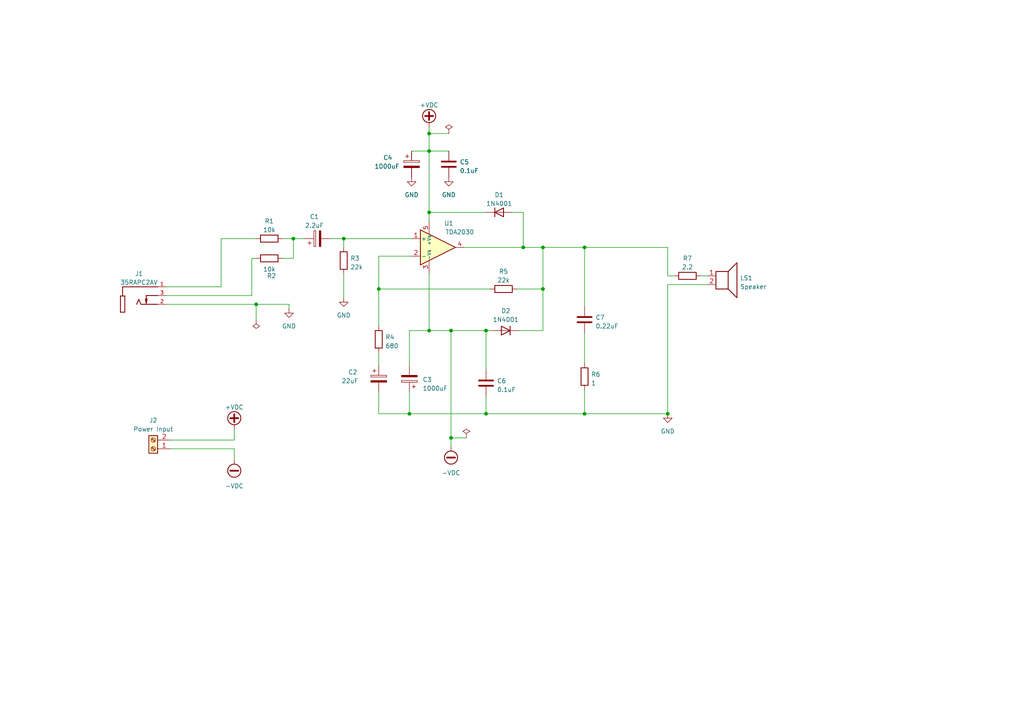
<source format=kicad_sch>
(kicad_sch (version 20230121) (generator eeschema)

  (uuid 8358c45c-2960-43f3-9fac-3f78f35831b9)

  (paper "A4")

  (title_block
    (title "Simple Audio Amplifier")
    (date "2025-02-02")
    (rev "v1.0.0")
  )

  (lib_symbols
    (symbol "35RAPC2AV:35RAPC2AV" (pin_names (offset 1.016)) (in_bom yes) (on_board yes)
      (property "Reference" "J" (at -5.08 7.62 0)
        (effects (font (size 1.27 1.27)) (justify left bottom))
      )
      (property "Value" "35RAPC2AV" (at -5.08 -5.08 0)
        (effects (font (size 1.27 1.27)) (justify left bottom))
      )
      (property "Footprint" "35RAPC2AV:SWITCHCRAFT_35RAPC2AV" (at 0 0 0)
        (effects (font (size 1.27 1.27)) (justify bottom) hide)
      )
      (property "Datasheet" "" (at 0 0 0)
        (effects (font (size 1.27 1.27)) hide)
      )
      (property "DigiKey_Part_Number" "SC1457-ND" (at 0 0 0)
        (effects (font (size 1.27 1.27)) (justify bottom) hide)
      )
      (property "SnapEDA_Link" "https://www.snapeda.com/parts/35RAPC2AV/SWITCHCRAFT/view-part/?ref=snap" (at 0 0 0)
        (effects (font (size 1.27 1.27)) (justify bottom) hide)
      )
      (property "Description" "\n                        \n                            3.5 mm SINGLE MONO JACK VERTICAL THREADED | Switchcraft 35RAPC2AV\n                        \n" (at 0 0 0)
        (effects (font (size 1.27 1.27)) (justify bottom) hide)
      )
      (property "Package" "None" (at 0 0 0)
        (effects (font (size 1.27 1.27)) (justify bottom) hide)
      )
      (property "Check_prices" "https://www.snapeda.com/parts/35RAPC2AV/SWITCHCRAFT/view-part/?ref=eda" (at 0 0 0)
        (effects (font (size 1.27 1.27)) (justify bottom) hide)
      )
      (property "MAXIMUM_PACKAGE_HIEGHT" "11.938mm" (at 0 0 0)
        (effects (font (size 1.27 1.27)) (justify bottom) hide)
      )
      (property "STANDARD" "Manufacturer Recommendations" (at 0 0 0)
        (effects (font (size 1.27 1.27)) (justify bottom) hide)
      )
      (property "PARTREV" "B" (at 0 0 0)
        (effects (font (size 1.27 1.27)) (justify bottom) hide)
      )
      (property "MF" "Switchcraft" (at 0 0 0)
        (effects (font (size 1.27 1.27)) (justify bottom) hide)
      )
      (property "MP" "35RAPC2AV" (at 0 0 0)
        (effects (font (size 1.27 1.27)) (justify bottom) hide)
      )
      (property "MANUFACTURER" "Switchcraft Inc." (at 0 0 0)
        (effects (font (size 1.27 1.27)) (justify bottom) hide)
      )
      (symbol "35RAPC2AV_0_0"
        (polyline
          (pts
            (xy -5.715 -2.286)
            (xy -5.715 2.413)
          )
          (stroke (width 0.254) (type default))
          (fill (type none))
        )
        (polyline
          (pts
            (xy -5.715 2.413)
            (xy -5.08 2.413)
          )
          (stroke (width 0.254) (type default))
          (fill (type none))
        )
        (polyline
          (pts
            (xy -5.08 2.413)
            (xy -4.445 2.413)
          )
          (stroke (width 0.254) (type default))
          (fill (type none))
        )
        (polyline
          (pts
            (xy -5.08 5.08)
            (xy -5.08 2.413)
          )
          (stroke (width 0.254) (type default))
          (fill (type none))
        )
        (polyline
          (pts
            (xy -4.445 -2.286)
            (xy -5.715 -2.286)
          )
          (stroke (width 0.254) (type default))
          (fill (type none))
        )
        (polyline
          (pts
            (xy -4.445 2.413)
            (xy -4.445 -2.286)
          )
          (stroke (width 0.254) (type default))
          (fill (type none))
        )
        (polyline
          (pts
            (xy -0.381 1.397)
            (xy -1.016 0)
          )
          (stroke (width 0.254) (type default))
          (fill (type none))
        )
        (polyline
          (pts
            (xy 0.254 0)
            (xy -0.381 1.397)
          )
          (stroke (width 0.254) (type default))
          (fill (type none))
        )
        (polyline
          (pts
            (xy 1.778 2.54)
            (xy 1.778 0.762)
          )
          (stroke (width 0.254) (type default))
          (fill (type none))
        )
        (polyline
          (pts
            (xy 1.778 2.54)
            (xy 5.08 2.54)
          )
          (stroke (width 0.254) (type default))
          (fill (type none))
        )
        (polyline
          (pts
            (xy 5.08 0)
            (xy 0.254 0)
          )
          (stroke (width 0.254) (type default))
          (fill (type none))
        )
        (polyline
          (pts
            (xy 5.08 5.08)
            (xy -5.08 5.08)
          )
          (stroke (width 0.254) (type default))
          (fill (type none))
        )
        (polyline
          (pts
            (xy 1.778 0.254)
            (xy 1.524 1.524)
            (xy 2.032 1.524)
            (xy 1.778 0.254)
          )
          (stroke (width 0.254) (type default))
          (fill (type outline))
        )
        (pin passive line (at 7.62 5.08 180) (length 2.54)
          (name "~" (effects (font (size 1.016 1.016))))
          (number "1" (effects (font (size 1.016 1.016))))
        )
        (pin passive line (at 7.62 0 180) (length 2.54)
          (name "~" (effects (font (size 1.016 1.016))))
          (number "2" (effects (font (size 1.016 1.016))))
        )
        (pin passive line (at 7.62 2.54 180) (length 2.54)
          (name "~" (effects (font (size 1.016 1.016))))
          (number "3" (effects (font (size 1.016 1.016))))
        )
      )
    )
    (symbol "Amplifier_Audio:TDA2030" (pin_names (offset 0.127)) (in_bom yes) (on_board yes)
      (property "Reference" "U" (at 3.81 6.35 0)
        (effects (font (size 1.27 1.27)))
      )
      (property "Value" "TDA2030" (at 3.81 3.81 0)
        (effects (font (size 1.27 1.27)))
      )
      (property "Footprint" "Package_TO_SOT_THT:TO-220-5_P3.4x3.7mm_StaggerOdd_Lead3.8mm_Vertical" (at 0 0 0)
        (effects (font (size 1.27 1.27) italic) hide)
      )
      (property "Datasheet" "http://www.st.com/resource/en/datasheet/cd00000128.pdf" (at 0 0 0)
        (effects (font (size 1.27 1.27)) hide)
      )
      (property "ki_keywords" "audio amplifier" (at 0 0 0)
        (effects (font (size 1.27 1.27)) hide)
      )
      (property "ki_description" "14W Hi-Fi Audio Amplifier, TO-220-5" (at 0 0 0)
        (effects (font (size 1.27 1.27)) hide)
      )
      (property "ki_fp_filters" "TO*220*StaggerOdd*" (at 0 0 0)
        (effects (font (size 1.27 1.27)) hide)
      )
      (symbol "TDA2030_0_1"
        (polyline
          (pts
            (xy -5.08 5.08)
            (xy 5.08 0)
            (xy -5.08 -5.08)
            (xy -5.08 5.08)
          )
          (stroke (width 0.254) (type default))
          (fill (type background))
        )
      )
      (symbol "TDA2030_1_1"
        (pin input line (at -7.62 2.54 0) (length 2.54)
          (name "+" (effects (font (size 1.27 1.27))))
          (number "1" (effects (font (size 1.27 1.27))))
        )
        (pin input line (at -7.62 -2.54 0) (length 2.54)
          (name "-" (effects (font (size 1.27 1.27))))
          (number "2" (effects (font (size 1.27 1.27))))
        )
        (pin power_in line (at -2.54 -7.62 90) (length 3.81)
          (name "-Vs" (effects (font (size 1.016 1.016))))
          (number "3" (effects (font (size 1.27 1.27))))
        )
        (pin output line (at 7.62 0 180) (length 2.54)
          (name "~" (effects (font (size 1.27 1.27))))
          (number "4" (effects (font (size 1.27 1.27))))
        )
        (pin power_in line (at -2.54 7.62 270) (length 3.81)
          (name "+Vs" (effects (font (size 1.016 1.016))))
          (number "5" (effects (font (size 1.27 1.27))))
        )
      )
    )
    (symbol "Connector:Screw_Terminal_01x02" (pin_names (offset 1.016) hide) (in_bom yes) (on_board yes)
      (property "Reference" "J" (at 0 2.54 0)
        (effects (font (size 1.27 1.27)))
      )
      (property "Value" "Screw_Terminal_01x02" (at 0 -5.08 0)
        (effects (font (size 1.27 1.27)))
      )
      (property "Footprint" "" (at 0 0 0)
        (effects (font (size 1.27 1.27)) hide)
      )
      (property "Datasheet" "~" (at 0 0 0)
        (effects (font (size 1.27 1.27)) hide)
      )
      (property "ki_keywords" "screw terminal" (at 0 0 0)
        (effects (font (size 1.27 1.27)) hide)
      )
      (property "ki_description" "Generic screw terminal, single row, 01x02, script generated (kicad-library-utils/schlib/autogen/connector/)" (at 0 0 0)
        (effects (font (size 1.27 1.27)) hide)
      )
      (property "ki_fp_filters" "TerminalBlock*:*" (at 0 0 0)
        (effects (font (size 1.27 1.27)) hide)
      )
      (symbol "Screw_Terminal_01x02_1_1"
        (rectangle (start -1.27 1.27) (end 1.27 -3.81)
          (stroke (width 0.254) (type default))
          (fill (type background))
        )
        (circle (center 0 -2.54) (radius 0.635)
          (stroke (width 0.1524) (type default))
          (fill (type none))
        )
        (polyline
          (pts
            (xy -0.5334 -2.2098)
            (xy 0.3302 -3.048)
          )
          (stroke (width 0.1524) (type default))
          (fill (type none))
        )
        (polyline
          (pts
            (xy -0.5334 0.3302)
            (xy 0.3302 -0.508)
          )
          (stroke (width 0.1524) (type default))
          (fill (type none))
        )
        (polyline
          (pts
            (xy -0.3556 -2.032)
            (xy 0.508 -2.8702)
          )
          (stroke (width 0.1524) (type default))
          (fill (type none))
        )
        (polyline
          (pts
            (xy -0.3556 0.508)
            (xy 0.508 -0.3302)
          )
          (stroke (width 0.1524) (type default))
          (fill (type none))
        )
        (circle (center 0 0) (radius 0.635)
          (stroke (width 0.1524) (type default))
          (fill (type none))
        )
        (pin passive line (at -5.08 0 0) (length 3.81)
          (name "Pin_1" (effects (font (size 1.27 1.27))))
          (number "1" (effects (font (size 1.27 1.27))))
        )
        (pin passive line (at -5.08 -2.54 0) (length 3.81)
          (name "Pin_2" (effects (font (size 1.27 1.27))))
          (number "2" (effects (font (size 1.27 1.27))))
        )
      )
    )
    (symbol "Device:C" (pin_numbers hide) (pin_names (offset 0.254)) (in_bom yes) (on_board yes)
      (property "Reference" "C" (at 0.635 2.54 0)
        (effects (font (size 1.27 1.27)) (justify left))
      )
      (property "Value" "C" (at 0.635 -2.54 0)
        (effects (font (size 1.27 1.27)) (justify left))
      )
      (property "Footprint" "" (at 0.9652 -3.81 0)
        (effects (font (size 1.27 1.27)) hide)
      )
      (property "Datasheet" "~" (at 0 0 0)
        (effects (font (size 1.27 1.27)) hide)
      )
      (property "ki_keywords" "cap capacitor" (at 0 0 0)
        (effects (font (size 1.27 1.27)) hide)
      )
      (property "ki_description" "Unpolarized capacitor" (at 0 0 0)
        (effects (font (size 1.27 1.27)) hide)
      )
      (property "ki_fp_filters" "C_*" (at 0 0 0)
        (effects (font (size 1.27 1.27)) hide)
      )
      (symbol "C_0_1"
        (polyline
          (pts
            (xy -2.032 -0.762)
            (xy 2.032 -0.762)
          )
          (stroke (width 0.508) (type default))
          (fill (type none))
        )
        (polyline
          (pts
            (xy -2.032 0.762)
            (xy 2.032 0.762)
          )
          (stroke (width 0.508) (type default))
          (fill (type none))
        )
      )
      (symbol "C_1_1"
        (pin passive line (at 0 3.81 270) (length 2.794)
          (name "~" (effects (font (size 1.27 1.27))))
          (number "1" (effects (font (size 1.27 1.27))))
        )
        (pin passive line (at 0 -3.81 90) (length 2.794)
          (name "~" (effects (font (size 1.27 1.27))))
          (number "2" (effects (font (size 1.27 1.27))))
        )
      )
    )
    (symbol "Device:C_Polarized" (pin_numbers hide) (pin_names (offset 0.254)) (in_bom yes) (on_board yes)
      (property "Reference" "C" (at 0.635 2.54 0)
        (effects (font (size 1.27 1.27)) (justify left))
      )
      (property "Value" "C_Polarized" (at 0.635 -2.54 0)
        (effects (font (size 1.27 1.27)) (justify left))
      )
      (property "Footprint" "" (at 0.9652 -3.81 0)
        (effects (font (size 1.27 1.27)) hide)
      )
      (property "Datasheet" "~" (at 0 0 0)
        (effects (font (size 1.27 1.27)) hide)
      )
      (property "ki_keywords" "cap capacitor" (at 0 0 0)
        (effects (font (size 1.27 1.27)) hide)
      )
      (property "ki_description" "Polarized capacitor" (at 0 0 0)
        (effects (font (size 1.27 1.27)) hide)
      )
      (property "ki_fp_filters" "CP_*" (at 0 0 0)
        (effects (font (size 1.27 1.27)) hide)
      )
      (symbol "C_Polarized_0_1"
        (rectangle (start -2.286 0.508) (end 2.286 1.016)
          (stroke (width 0) (type default))
          (fill (type none))
        )
        (polyline
          (pts
            (xy -1.778 2.286)
            (xy -0.762 2.286)
          )
          (stroke (width 0) (type default))
          (fill (type none))
        )
        (polyline
          (pts
            (xy -1.27 2.794)
            (xy -1.27 1.778)
          )
          (stroke (width 0) (type default))
          (fill (type none))
        )
        (rectangle (start 2.286 -0.508) (end -2.286 -1.016)
          (stroke (width 0) (type default))
          (fill (type outline))
        )
      )
      (symbol "C_Polarized_1_1"
        (pin passive line (at 0 3.81 270) (length 2.794)
          (name "~" (effects (font (size 1.27 1.27))))
          (number "1" (effects (font (size 1.27 1.27))))
        )
        (pin passive line (at 0 -3.81 90) (length 2.794)
          (name "~" (effects (font (size 1.27 1.27))))
          (number "2" (effects (font (size 1.27 1.27))))
        )
      )
    )
    (symbol "Device:R" (pin_numbers hide) (pin_names (offset 0)) (in_bom yes) (on_board yes)
      (property "Reference" "R" (at 2.032 0 90)
        (effects (font (size 1.27 1.27)))
      )
      (property "Value" "R" (at 0 0 90)
        (effects (font (size 1.27 1.27)))
      )
      (property "Footprint" "" (at -1.778 0 90)
        (effects (font (size 1.27 1.27)) hide)
      )
      (property "Datasheet" "~" (at 0 0 0)
        (effects (font (size 1.27 1.27)) hide)
      )
      (property "ki_keywords" "R res resistor" (at 0 0 0)
        (effects (font (size 1.27 1.27)) hide)
      )
      (property "ki_description" "Resistor" (at 0 0 0)
        (effects (font (size 1.27 1.27)) hide)
      )
      (property "ki_fp_filters" "R_*" (at 0 0 0)
        (effects (font (size 1.27 1.27)) hide)
      )
      (symbol "R_0_1"
        (rectangle (start -1.016 -2.54) (end 1.016 2.54)
          (stroke (width 0.254) (type default))
          (fill (type none))
        )
      )
      (symbol "R_1_1"
        (pin passive line (at 0 3.81 270) (length 1.27)
          (name "~" (effects (font (size 1.27 1.27))))
          (number "1" (effects (font (size 1.27 1.27))))
        )
        (pin passive line (at 0 -3.81 90) (length 1.27)
          (name "~" (effects (font (size 1.27 1.27))))
          (number "2" (effects (font (size 1.27 1.27))))
        )
      )
    )
    (symbol "Device:Speaker" (pin_names (offset 0) hide) (in_bom yes) (on_board yes)
      (property "Reference" "LS" (at 1.27 5.715 0)
        (effects (font (size 1.27 1.27)) (justify right))
      )
      (property "Value" "Speaker" (at 1.27 3.81 0)
        (effects (font (size 1.27 1.27)) (justify right))
      )
      (property "Footprint" "" (at 0 -5.08 0)
        (effects (font (size 1.27 1.27)) hide)
      )
      (property "Datasheet" "~" (at -0.254 -1.27 0)
        (effects (font (size 1.27 1.27)) hide)
      )
      (property "ki_keywords" "speaker sound" (at 0 0 0)
        (effects (font (size 1.27 1.27)) hide)
      )
      (property "ki_description" "Speaker" (at 0 0 0)
        (effects (font (size 1.27 1.27)) hide)
      )
      (symbol "Speaker_0_0"
        (rectangle (start -2.54 1.27) (end 1.016 -3.81)
          (stroke (width 0.254) (type default))
          (fill (type none))
        )
        (polyline
          (pts
            (xy 1.016 1.27)
            (xy 3.556 3.81)
            (xy 3.556 -6.35)
            (xy 1.016 -3.81)
          )
          (stroke (width 0.254) (type default))
          (fill (type none))
        )
      )
      (symbol "Speaker_1_1"
        (pin input line (at -5.08 0 0) (length 2.54)
          (name "1" (effects (font (size 1.27 1.27))))
          (number "1" (effects (font (size 1.27 1.27))))
        )
        (pin input line (at -5.08 -2.54 0) (length 2.54)
          (name "2" (effects (font (size 1.27 1.27))))
          (number "2" (effects (font (size 1.27 1.27))))
        )
      )
    )
    (symbol "Diode:1N4001" (pin_numbers hide) (pin_names hide) (in_bom yes) (on_board yes)
      (property "Reference" "D" (at 0 2.54 0)
        (effects (font (size 1.27 1.27)))
      )
      (property "Value" "1N4001" (at 0 -2.54 0)
        (effects (font (size 1.27 1.27)))
      )
      (property "Footprint" "Diode_THT:D_DO-41_SOD81_P10.16mm_Horizontal" (at 0 0 0)
        (effects (font (size 1.27 1.27)) hide)
      )
      (property "Datasheet" "http://www.vishay.com/docs/88503/1n4001.pdf" (at 0 0 0)
        (effects (font (size 1.27 1.27)) hide)
      )
      (property "Sim.Device" "D" (at 0 0 0)
        (effects (font (size 1.27 1.27)) hide)
      )
      (property "Sim.Pins" "1=K 2=A" (at 0 0 0)
        (effects (font (size 1.27 1.27)) hide)
      )
      (property "ki_keywords" "diode" (at 0 0 0)
        (effects (font (size 1.27 1.27)) hide)
      )
      (property "ki_description" "50V 1A General Purpose Rectifier Diode, DO-41" (at 0 0 0)
        (effects (font (size 1.27 1.27)) hide)
      )
      (property "ki_fp_filters" "D*DO?41*" (at 0 0 0)
        (effects (font (size 1.27 1.27)) hide)
      )
      (symbol "1N4001_0_1"
        (polyline
          (pts
            (xy -1.27 1.27)
            (xy -1.27 -1.27)
          )
          (stroke (width 0.254) (type default))
          (fill (type none))
        )
        (polyline
          (pts
            (xy 1.27 0)
            (xy -1.27 0)
          )
          (stroke (width 0) (type default))
          (fill (type none))
        )
        (polyline
          (pts
            (xy 1.27 1.27)
            (xy 1.27 -1.27)
            (xy -1.27 0)
            (xy 1.27 1.27)
          )
          (stroke (width 0.254) (type default))
          (fill (type none))
        )
      )
      (symbol "1N4001_1_1"
        (pin passive line (at -3.81 0 0) (length 2.54)
          (name "K" (effects (font (size 1.27 1.27))))
          (number "1" (effects (font (size 1.27 1.27))))
        )
        (pin passive line (at 3.81 0 180) (length 2.54)
          (name "A" (effects (font (size 1.27 1.27))))
          (number "2" (effects (font (size 1.27 1.27))))
        )
      )
    )
    (symbol "power:+VDC" (power) (pin_names (offset 0)) (in_bom yes) (on_board yes)
      (property "Reference" "#PWR" (at 0 -2.54 0)
        (effects (font (size 1.27 1.27)) hide)
      )
      (property "Value" "+VDC" (at 0 6.35 0)
        (effects (font (size 1.27 1.27)))
      )
      (property "Footprint" "" (at 0 0 0)
        (effects (font (size 1.27 1.27)) hide)
      )
      (property "Datasheet" "" (at 0 0 0)
        (effects (font (size 1.27 1.27)) hide)
      )
      (property "ki_keywords" "global power" (at 0 0 0)
        (effects (font (size 1.27 1.27)) hide)
      )
      (property "ki_description" "Power symbol creates a global label with name \"+VDC\"" (at 0 0 0)
        (effects (font (size 1.27 1.27)) hide)
      )
      (symbol "+VDC_0_1"
        (polyline
          (pts
            (xy -1.143 3.175)
            (xy 1.143 3.175)
          )
          (stroke (width 0.508) (type default))
          (fill (type none))
        )
        (polyline
          (pts
            (xy 0 0)
            (xy 0 1.27)
          )
          (stroke (width 0) (type default))
          (fill (type none))
        )
        (polyline
          (pts
            (xy 0 2.032)
            (xy 0 4.318)
          )
          (stroke (width 0.508) (type default))
          (fill (type none))
        )
        (circle (center 0 3.175) (radius 1.905)
          (stroke (width 0.254) (type default))
          (fill (type none))
        )
      )
      (symbol "+VDC_1_1"
        (pin power_in line (at 0 0 90) (length 0) hide
          (name "+VDC" (effects (font (size 1.27 1.27))))
          (number "1" (effects (font (size 1.27 1.27))))
        )
      )
    )
    (symbol "power:-VDC" (power) (pin_names (offset 0)) (in_bom yes) (on_board yes)
      (property "Reference" "#PWR" (at 0 -2.54 0)
        (effects (font (size 1.27 1.27)) hide)
      )
      (property "Value" "-VDC" (at 0 6.35 0)
        (effects (font (size 1.27 1.27)))
      )
      (property "Footprint" "" (at 0 0 0)
        (effects (font (size 1.27 1.27)) hide)
      )
      (property "Datasheet" "" (at 0 0 0)
        (effects (font (size 1.27 1.27)) hide)
      )
      (property "ki_keywords" "global power" (at 0 0 0)
        (effects (font (size 1.27 1.27)) hide)
      )
      (property "ki_description" "Power symbol creates a global label with name \"-VDC\"" (at 0 0 0)
        (effects (font (size 1.27 1.27)) hide)
      )
      (symbol "-VDC_0_1"
        (polyline
          (pts
            (xy -1.143 3.175)
            (xy 1.143 3.175)
          )
          (stroke (width 0.508) (type default))
          (fill (type none))
        )
        (polyline
          (pts
            (xy 0 0)
            (xy 0 1.27)
          )
          (stroke (width 0) (type default))
          (fill (type none))
        )
        (circle (center 0 3.175) (radius 1.905)
          (stroke (width 0.254) (type default))
          (fill (type none))
        )
      )
      (symbol "-VDC_1_1"
        (pin power_in line (at 0 0 90) (length 0) hide
          (name "-VDC" (effects (font (size 1.27 1.27))))
          (number "1" (effects (font (size 1.27 1.27))))
        )
      )
    )
    (symbol "power:GND" (power) (pin_names (offset 0)) (in_bom yes) (on_board yes)
      (property "Reference" "#PWR" (at 0 -6.35 0)
        (effects (font (size 1.27 1.27)) hide)
      )
      (property "Value" "GND" (at 0 -3.81 0)
        (effects (font (size 1.27 1.27)))
      )
      (property "Footprint" "" (at 0 0 0)
        (effects (font (size 1.27 1.27)) hide)
      )
      (property "Datasheet" "" (at 0 0 0)
        (effects (font (size 1.27 1.27)) hide)
      )
      (property "ki_keywords" "global power" (at 0 0 0)
        (effects (font (size 1.27 1.27)) hide)
      )
      (property "ki_description" "Power symbol creates a global label with name \"GND\" , ground" (at 0 0 0)
        (effects (font (size 1.27 1.27)) hide)
      )
      (symbol "GND_0_1"
        (polyline
          (pts
            (xy 0 0)
            (xy 0 -1.27)
            (xy 1.27 -1.27)
            (xy 0 -2.54)
            (xy -1.27 -1.27)
            (xy 0 -1.27)
          )
          (stroke (width 0) (type default))
          (fill (type none))
        )
      )
      (symbol "GND_1_1"
        (pin power_in line (at 0 0 270) (length 0) hide
          (name "GND" (effects (font (size 1.27 1.27))))
          (number "1" (effects (font (size 1.27 1.27))))
        )
      )
    )
    (symbol "power:PWR_FLAG" (power) (pin_numbers hide) (pin_names (offset 0) hide) (in_bom yes) (on_board yes)
      (property "Reference" "#FLG" (at 0 1.905 0)
        (effects (font (size 1.27 1.27)) hide)
      )
      (property "Value" "PWR_FLAG" (at 0 3.81 0)
        (effects (font (size 1.27 1.27)))
      )
      (property "Footprint" "" (at 0 0 0)
        (effects (font (size 1.27 1.27)) hide)
      )
      (property "Datasheet" "~" (at 0 0 0)
        (effects (font (size 1.27 1.27)) hide)
      )
      (property "ki_keywords" "flag power" (at 0 0 0)
        (effects (font (size 1.27 1.27)) hide)
      )
      (property "ki_description" "Special symbol for telling ERC where power comes from" (at 0 0 0)
        (effects (font (size 1.27 1.27)) hide)
      )
      (symbol "PWR_FLAG_0_0"
        (pin power_out line (at 0 0 90) (length 0)
          (name "pwr" (effects (font (size 1.27 1.27))))
          (number "1" (effects (font (size 1.27 1.27))))
        )
      )
      (symbol "PWR_FLAG_0_1"
        (polyline
          (pts
            (xy 0 0)
            (xy 0 1.27)
            (xy -1.016 1.905)
            (xy 0 2.54)
            (xy 1.016 1.905)
            (xy 0 1.27)
          )
          (stroke (width 0) (type default))
          (fill (type none))
        )
      )
    )
  )

  (junction (at 124.46 61.595) (diameter 0) (color 0 0 0 0)
    (uuid 038c8c1d-4672-462e-9ec8-97f85d9beeb2)
  )
  (junction (at 169.545 120.015) (diameter 0) (color 0 0 0 0)
    (uuid 04d0860d-353b-4c47-9656-53c576ac4c54)
  )
  (junction (at 157.48 83.82) (diameter 0) (color 0 0 0 0)
    (uuid 0dd59ba3-ec71-4884-b6f5-3dd858165fea)
  )
  (junction (at 169.545 71.755) (diameter 0) (color 0 0 0 0)
    (uuid 16ba8ee8-4eda-4f02-af15-656a8faef276)
  )
  (junction (at 85.09 69.215) (diameter 0) (color 0 0 0 0)
    (uuid 376483ed-5136-4c99-b4eb-3917d8968b97)
  )
  (junction (at 130.81 127) (diameter 0) (color 0 0 0 0)
    (uuid 39189040-b12c-4d8f-9dc0-f6e6f7c07567)
  )
  (junction (at 124.46 95.885) (diameter 0) (color 0 0 0 0)
    (uuid 3b93b1ba-6e82-4b2f-8dca-4af2ca2beef1)
  )
  (junction (at 124.46 38.735) (diameter 0) (color 0 0 0 0)
    (uuid 57dc8451-1060-458a-8f4a-91222d567464)
  )
  (junction (at 140.97 95.885) (diameter 0) (color 0 0 0 0)
    (uuid 64007f36-5576-421e-9175-47d539f76d34)
  )
  (junction (at 124.46 43.815) (diameter 0) (color 0 0 0 0)
    (uuid 6daedfbb-e443-4607-a699-54e7fa80578c)
  )
  (junction (at 118.745 120.015) (diameter 0) (color 0 0 0 0)
    (uuid 81f4ed32-4086-4c01-a725-040dac435487)
  )
  (junction (at 99.695 69.215) (diameter 0) (color 0 0 0 0)
    (uuid 9280e0ca-4ffa-409d-bee9-2f74abfe95c7)
  )
  (junction (at 193.675 120.015) (diameter 0) (color 0 0 0 0)
    (uuid 9bf00971-dd57-474c-bf9f-9ac861e22156)
  )
  (junction (at 151.765 71.755) (diameter 0) (color 0 0 0 0)
    (uuid afe76110-f67e-405b-b738-d84f91528d9a)
  )
  (junction (at 157.48 71.755) (diameter 0) (color 0 0 0 0)
    (uuid c3835666-1f36-4c87-a44d-b253d6f5602d)
  )
  (junction (at 140.97 120.015) (diameter 0) (color 0 0 0 0)
    (uuid d2472204-d35a-41d6-b981-04fbd8df3330)
  )
  (junction (at 74.295 88.265) (diameter 0) (color 0 0 0 0)
    (uuid d7da5081-e237-4902-90a0-f599e9d274d3)
  )
  (junction (at 130.81 95.885) (diameter 0) (color 0 0 0 0)
    (uuid e203dcdc-0870-4ae0-969c-935b95e40bfd)
  )
  (junction (at 109.855 83.82) (diameter 0) (color 0 0 0 0)
    (uuid e8f4cf7c-a06a-48c6-bf76-fa0299b5167e)
  )

  (wire (pts (xy 124.46 38.735) (xy 130.175 38.735))
    (stroke (width 0) (type default))
    (uuid 015cce89-155f-41b6-9a4c-4f051df283f5)
  )
  (wire (pts (xy 85.09 74.93) (xy 85.09 69.215))
    (stroke (width 0) (type default))
    (uuid 01ce1e45-818a-45b2-b9f2-a577ee62e250)
  )
  (wire (pts (xy 64.135 69.215) (xy 74.295 69.215))
    (stroke (width 0) (type default))
    (uuid 028c26ca-0dc6-41ae-9103-1cf0fc0b623e)
  )
  (wire (pts (xy 140.97 95.885) (xy 142.875 95.885))
    (stroke (width 0) (type default))
    (uuid 03cd9c0d-7fa3-427b-9d8d-b53cfcf6488f)
  )
  (wire (pts (xy 83.82 88.265) (xy 83.82 89.535))
    (stroke (width 0) (type default))
    (uuid 110b5417-ff2c-4c4b-9805-b4f63adc82b9)
  )
  (wire (pts (xy 134.62 71.755) (xy 151.765 71.755))
    (stroke (width 0) (type default))
    (uuid 15851ae9-5da1-4872-81b6-f7d0dcfe5d13)
  )
  (wire (pts (xy 130.81 95.885) (xy 140.97 95.885))
    (stroke (width 0) (type default))
    (uuid 167a52e4-d027-49df-a6c3-cdad6451d071)
  )
  (wire (pts (xy 118.745 95.885) (xy 124.46 95.885))
    (stroke (width 0) (type default))
    (uuid 1a0d1c77-619d-4ec4-bec8-b46eef14b8bb)
  )
  (wire (pts (xy 64.135 69.215) (xy 64.135 83.185))
    (stroke (width 0) (type default))
    (uuid 1a48fe3c-8ac0-4607-85ce-73a1fc45cb22)
  )
  (wire (pts (xy 48.26 88.265) (xy 74.295 88.265))
    (stroke (width 0) (type default))
    (uuid 1d47fb19-f4da-4057-b70a-7a7bd255d012)
  )
  (wire (pts (xy 124.46 36.83) (xy 124.46 38.735))
    (stroke (width 0) (type default))
    (uuid 1fc170f5-9777-4ae8-adf8-b66a2856e526)
  )
  (wire (pts (xy 99.695 69.215) (xy 119.38 69.215))
    (stroke (width 0) (type default))
    (uuid 20bd4898-cc5d-4586-830e-31ce3757b89f)
  )
  (wire (pts (xy 124.46 61.595) (xy 140.97 61.595))
    (stroke (width 0) (type default))
    (uuid 21bc7b1a-3055-4a0b-ac3a-adcf91b97b50)
  )
  (wire (pts (xy 140.97 120.015) (xy 169.545 120.015))
    (stroke (width 0) (type default))
    (uuid 21f53096-cffc-4778-ba98-4b7f4b67d575)
  )
  (wire (pts (xy 169.545 96.52) (xy 169.545 105.41))
    (stroke (width 0) (type default))
    (uuid 21feb997-ec27-4527-8a2a-a1f4c0435aa2)
  )
  (wire (pts (xy 124.46 43.815) (xy 124.46 61.595))
    (stroke (width 0) (type default))
    (uuid 23dce453-c865-4cb8-b82d-932025ef88dc)
  )
  (wire (pts (xy 169.545 71.755) (xy 169.545 88.9))
    (stroke (width 0) (type default))
    (uuid 2507e321-78b6-4407-9bcf-9209ada865a3)
  )
  (wire (pts (xy 157.48 95.885) (xy 150.495 95.885))
    (stroke (width 0) (type default))
    (uuid 28236364-334e-4ea6-b886-7de35af46f8d)
  )
  (wire (pts (xy 109.855 83.82) (xy 142.24 83.82))
    (stroke (width 0) (type default))
    (uuid 28c4ed4a-2e68-45af-96dc-998afb199998)
  )
  (wire (pts (xy 157.48 71.755) (xy 169.545 71.755))
    (stroke (width 0) (type default))
    (uuid 2b031bd8-efcd-4ffb-bebc-10fda70a707f)
  )
  (wire (pts (xy 140.97 95.885) (xy 140.97 107.315))
    (stroke (width 0) (type default))
    (uuid 2df4eb8c-0d4d-4784-9336-7417f9fd620a)
  )
  (wire (pts (xy 140.97 114.935) (xy 140.97 120.015))
    (stroke (width 0) (type default))
    (uuid 38f9dd3f-f353-4dce-bff9-28d4de2db50d)
  )
  (wire (pts (xy 109.855 74.295) (xy 109.855 83.82))
    (stroke (width 0) (type default))
    (uuid 3ec336c4-c40d-4bb6-8474-6b0dcda525db)
  )
  (wire (pts (xy 67.945 127.635) (xy 67.945 124.46))
    (stroke (width 0) (type default))
    (uuid 3efd75ad-750c-465c-9228-9d1198fd8816)
  )
  (wire (pts (xy 130.81 127) (xy 130.81 129.54))
    (stroke (width 0) (type default))
    (uuid 4dcf1369-44bf-4b64-b71f-0512fcc256db)
  )
  (wire (pts (xy 130.81 95.885) (xy 124.46 95.885))
    (stroke (width 0) (type default))
    (uuid 4ec690a5-1e2a-4a7b-a1ad-d23d67866963)
  )
  (wire (pts (xy 118.745 95.885) (xy 118.745 106.045))
    (stroke (width 0) (type default))
    (uuid 4fb92039-ef92-4f96-b3ac-5f8a754f1df1)
  )
  (wire (pts (xy 49.53 130.175) (xy 67.945 130.175))
    (stroke (width 0) (type default))
    (uuid 5c67631b-c38b-4e03-816c-5b960eef6419)
  )
  (wire (pts (xy 205.105 82.55) (xy 193.675 82.55))
    (stroke (width 0) (type default))
    (uuid 5e813fa7-fc46-4ffa-900d-afcaadbb0265)
  )
  (wire (pts (xy 124.46 38.735) (xy 124.46 43.815))
    (stroke (width 0) (type default))
    (uuid 7433dd3f-974e-4649-9ba7-ff2611c00d77)
  )
  (wire (pts (xy 130.81 95.885) (xy 130.81 127))
    (stroke (width 0) (type default))
    (uuid 782abcfa-2439-40d1-9c5f-092e1e157612)
  )
  (wire (pts (xy 81.915 69.215) (xy 85.09 69.215))
    (stroke (width 0) (type default))
    (uuid 81ce5c56-0c41-4962-b795-55d8dd91100f)
  )
  (wire (pts (xy 99.695 69.215) (xy 99.695 71.755))
    (stroke (width 0) (type default))
    (uuid 89f98e47-707b-4b27-bd6b-df357e7bd950)
  )
  (wire (pts (xy 48.26 83.185) (xy 64.135 83.185))
    (stroke (width 0) (type default))
    (uuid 90c74a82-431b-4b06-bc33-ec4df3efb1a2)
  )
  (wire (pts (xy 124.46 79.375) (xy 124.46 95.885))
    (stroke (width 0) (type default))
    (uuid 9134b967-79da-40fd-9581-13b41290823a)
  )
  (wire (pts (xy 157.48 71.755) (xy 151.765 71.755))
    (stroke (width 0) (type default))
    (uuid 92e11ae9-559d-40d2-bb40-2860a96e29b0)
  )
  (wire (pts (xy 81.915 74.93) (xy 85.09 74.93))
    (stroke (width 0) (type default))
    (uuid 993637ff-386e-44fd-b11f-7ed242501d0b)
  )
  (wire (pts (xy 203.2 80.01) (xy 205.105 80.01))
    (stroke (width 0) (type default))
    (uuid 9a50e11f-7d69-4363-9f2d-2845957cb201)
  )
  (wire (pts (xy 109.855 74.295) (xy 119.38 74.295))
    (stroke (width 0) (type default))
    (uuid 9bd65081-e0f7-40b7-bf79-7b4cbf6e5280)
  )
  (wire (pts (xy 151.765 61.595) (xy 148.59 61.595))
    (stroke (width 0) (type default))
    (uuid 9dc78709-95df-484c-ab44-082bc95c1ddb)
  )
  (wire (pts (xy 109.855 83.82) (xy 109.855 94.615))
    (stroke (width 0) (type default))
    (uuid a0a06211-8f2e-4591-8b45-fd0444f0f61d)
  )
  (wire (pts (xy 169.545 113.03) (xy 169.545 120.015))
    (stroke (width 0) (type default))
    (uuid a14a40db-f46b-4549-a13a-7eefef4b1c91)
  )
  (wire (pts (xy 99.695 79.375) (xy 99.695 86.36))
    (stroke (width 0) (type default))
    (uuid a511bd4d-ec87-4d62-9716-cb60cc2c7584)
  )
  (wire (pts (xy 118.745 120.015) (xy 140.97 120.015))
    (stroke (width 0) (type default))
    (uuid aad0fd72-d7ca-413e-a212-583df42404b6)
  )
  (wire (pts (xy 67.945 130.175) (xy 67.945 133.35))
    (stroke (width 0) (type default))
    (uuid ac73eecb-841c-42c4-82e9-cd4149898581)
  )
  (wire (pts (xy 193.675 80.01) (xy 195.58 80.01))
    (stroke (width 0) (type default))
    (uuid ac88c5c6-482d-477d-88cb-124a67a82f6b)
  )
  (wire (pts (xy 109.855 113.665) (xy 109.855 120.015))
    (stroke (width 0) (type default))
    (uuid b43504f0-5162-42a2-b055-fb85657cc27c)
  )
  (wire (pts (xy 109.855 120.015) (xy 118.745 120.015))
    (stroke (width 0) (type default))
    (uuid bd12c50d-7e35-4ad1-8ac3-038cb36bd203)
  )
  (wire (pts (xy 73.025 74.93) (xy 74.295 74.93))
    (stroke (width 0) (type default))
    (uuid bff0a50e-e726-4c54-8777-c6e6feaf2316)
  )
  (wire (pts (xy 157.48 71.755) (xy 157.48 83.82))
    (stroke (width 0) (type default))
    (uuid c559dc0e-da53-4ff5-9763-02869cbee105)
  )
  (wire (pts (xy 74.295 88.265) (xy 83.82 88.265))
    (stroke (width 0) (type default))
    (uuid c7d5205f-901c-45c2-97ef-5bc0c11258e5)
  )
  (wire (pts (xy 157.48 83.82) (xy 157.48 95.885))
    (stroke (width 0) (type default))
    (uuid caf8b963-1a83-42d1-82d4-be5204c9711a)
  )
  (wire (pts (xy 109.855 102.235) (xy 109.855 106.045))
    (stroke (width 0) (type default))
    (uuid cc97aae8-3dc0-47bb-a766-5fff536a72b8)
  )
  (wire (pts (xy 193.675 80.01) (xy 193.675 71.755))
    (stroke (width 0) (type default))
    (uuid ce49371b-5d7a-4ea5-998f-3a2479a41566)
  )
  (wire (pts (xy 95.885 69.215) (xy 99.695 69.215))
    (stroke (width 0) (type default))
    (uuid cebcbfd4-64c2-4c76-9f03-a677a5173bef)
  )
  (wire (pts (xy 118.745 113.665) (xy 118.745 120.015))
    (stroke (width 0) (type default))
    (uuid d2604891-f2e1-4bfd-9d7b-da712bb99205)
  )
  (wire (pts (xy 48.26 85.725) (xy 73.025 85.725))
    (stroke (width 0) (type default))
    (uuid d68cf6bb-d5c7-4f0e-aa73-b88d66bfa64e)
  )
  (wire (pts (xy 151.765 61.595) (xy 151.765 71.755))
    (stroke (width 0) (type default))
    (uuid d84050c9-1a20-4f0c-887c-56e6056bd2da)
  )
  (wire (pts (xy 73.025 85.725) (xy 73.025 74.93))
    (stroke (width 0) (type default))
    (uuid dca67c7a-6ba5-461e-940f-d6196b72b570)
  )
  (wire (pts (xy 124.46 61.595) (xy 124.46 64.135))
    (stroke (width 0) (type default))
    (uuid ddac3a1d-28c9-4726-85a7-a119148a3857)
  )
  (wire (pts (xy 74.295 88.265) (xy 74.295 92.71))
    (stroke (width 0) (type default))
    (uuid df19b7e5-5050-469d-a3ac-a0e61cbc53d8)
  )
  (wire (pts (xy 157.48 83.82) (xy 149.86 83.82))
    (stroke (width 0) (type default))
    (uuid eb820cc6-246d-4409-9ba4-067f6d765d9e)
  )
  (wire (pts (xy 124.46 43.815) (xy 130.175 43.815))
    (stroke (width 0) (type default))
    (uuid ec573fcd-4169-43fc-94f2-334c896727c9)
  )
  (wire (pts (xy 169.545 71.755) (xy 193.675 71.755))
    (stroke (width 0) (type default))
    (uuid ee42cb91-6f48-46bc-b4f4-9fe350efd347)
  )
  (wire (pts (xy 193.675 82.55) (xy 193.675 120.015))
    (stroke (width 0) (type default))
    (uuid ee7e361f-9ba3-4f2c-8af5-c339d1240d0b)
  )
  (wire (pts (xy 85.09 69.215) (xy 88.265 69.215))
    (stroke (width 0) (type default))
    (uuid f52b7335-3a88-4ed5-aea1-05aba7ab2631)
  )
  (wire (pts (xy 119.38 43.815) (xy 124.46 43.815))
    (stroke (width 0) (type default))
    (uuid f69ff462-89ac-4f06-b2e5-ee5d8f247eff)
  )
  (wire (pts (xy 169.545 120.015) (xy 193.675 120.015))
    (stroke (width 0) (type default))
    (uuid f6f5fb31-618d-4551-a0f0-734fde1113ac)
  )
  (wire (pts (xy 130.81 127) (xy 135.255 127))
    (stroke (width 0) (type default))
    (uuid fcd10804-496c-4bad-bcd7-a4768bb1d28f)
  )
  (wire (pts (xy 49.53 127.635) (xy 67.945 127.635))
    (stroke (width 0) (type default))
    (uuid fe42597a-6753-4f8b-a00e-2f1b57082ecb)
  )

  (symbol (lib_id "power:GND") (at 83.82 89.535 0) (unit 1)
    (in_bom yes) (on_board yes) (dnp no) (fields_autoplaced)
    (uuid 02da3c68-bbfe-4f48-b620-a517707df519)
    (property "Reference" "#PWR03" (at 83.82 95.885 0)
      (effects (font (size 1.27 1.27)) hide)
    )
    (property "Value" "GND" (at 83.82 94.615 0)
      (effects (font (size 1.27 1.27)))
    )
    (property "Footprint" "" (at 83.82 89.535 0)
      (effects (font (size 1.27 1.27)) hide)
    )
    (property "Datasheet" "" (at 83.82 89.535 0)
      (effects (font (size 1.27 1.27)) hide)
    )
    (pin "1" (uuid 884fec37-9f3d-4665-b14e-7a398f9c7d6f))
    (instances
      (project "Simple Audio Amplifier"
        (path "/8358c45c-2960-43f3-9fac-3f78f35831b9"
          (reference "#PWR03") (unit 1)
        )
      )
    )
  )

  (symbol (lib_id "Device:R") (at 169.545 109.22 0) (unit 1)
    (in_bom yes) (on_board yes) (dnp no) (fields_autoplaced)
    (uuid 030ea2e5-b6a7-4da9-b371-f7077a6c3da4)
    (property "Reference" "R6" (at 171.45 108.585 0)
      (effects (font (size 1.27 1.27)) (justify left))
    )
    (property "Value" "1" (at 171.45 111.125 0)
      (effects (font (size 1.27 1.27)) (justify left))
    )
    (property "Footprint" "Resistor_THT:R_Axial_DIN0204_L3.6mm_D1.6mm_P5.08mm_Horizontal" (at 167.767 109.22 90)
      (effects (font (size 1.27 1.27)) hide)
    )
    (property "Datasheet" "~" (at 169.545 109.22 0)
      (effects (font (size 1.27 1.27)) hide)
    )
    (pin "1" (uuid b5536e76-1d56-4aee-b8c7-8b0c7be72ac4))
    (pin "2" (uuid bf584483-f508-40af-bebe-8443cf8b7b99))
    (instances
      (project "Simple Audio Amplifier"
        (path "/8358c45c-2960-43f3-9fac-3f78f35831b9"
          (reference "R6") (unit 1)
        )
      )
    )
  )

  (symbol (lib_id "power:+VDC") (at 124.46 36.83 0) (unit 1)
    (in_bom yes) (on_board yes) (dnp no) (fields_autoplaced)
    (uuid 0c835ceb-492f-42e2-9720-688933c60d2c)
    (property "Reference" "#PWR06" (at 124.46 39.37 0)
      (effects (font (size 1.27 1.27)) hide)
    )
    (property "Value" "+VDC" (at 124.46 30.48 0)
      (effects (font (size 1.27 1.27)))
    )
    (property "Footprint" "" (at 124.46 36.83 0)
      (effects (font (size 1.27 1.27)) hide)
    )
    (property "Datasheet" "" (at 124.46 36.83 0)
      (effects (font (size 1.27 1.27)) hide)
    )
    (pin "1" (uuid d4c6d905-0fb7-4513-815e-74c54ec7ac70))
    (instances
      (project "Simple Audio Amplifier"
        (path "/8358c45c-2960-43f3-9fac-3f78f35831b9"
          (reference "#PWR06") (unit 1)
        )
      )
    )
  )

  (symbol (lib_id "Device:C") (at 130.175 47.625 0) (unit 1)
    (in_bom yes) (on_board yes) (dnp no) (fields_autoplaced)
    (uuid 248ab333-d465-4573-a379-b29cd78a54a1)
    (property "Reference" "C5" (at 133.35 46.99 0)
      (effects (font (size 1.27 1.27)) (justify left))
    )
    (property "Value" "0.1uF" (at 133.35 49.53 0)
      (effects (font (size 1.27 1.27)) (justify left))
    )
    (property "Footprint" "Capacitor_THT:CP_Axial_L10.0mm_D4.5mm_P15.00mm_Horizontal" (at 131.1402 51.435 0)
      (effects (font (size 1.27 1.27)) hide)
    )
    (property "Datasheet" "~" (at 130.175 47.625 0)
      (effects (font (size 1.27 1.27)) hide)
    )
    (pin "1" (uuid 334e3729-5565-4a5e-9d97-b5ca8d6b88eb))
    (pin "2" (uuid 2e7cc794-107c-4797-8611-0c6a7cf6e60f))
    (instances
      (project "Simple Audio Amplifier"
        (path "/8358c45c-2960-43f3-9fac-3f78f35831b9"
          (reference "C5") (unit 1)
        )
      )
    )
  )

  (symbol (lib_id "Amplifier_Audio:TDA2030") (at 127 71.755 0) (unit 1)
    (in_bom yes) (on_board yes) (dnp no)
    (uuid 3586ee2c-ec11-4f6e-a73e-027bcd2dfef9)
    (property "Reference" "U1" (at 130.175 64.77 0)
      (effects (font (size 1.27 1.27)))
    )
    (property "Value" "TDA2030" (at 133.35 67.31 0)
      (effects (font (size 1.27 1.27)))
    )
    (property "Footprint" "Package_TO_SOT_THT:TO-220-5_P3.4x3.7mm_StaggerOdd_Lead3.8mm_Vertical" (at 127 71.755 0)
      (effects (font (size 1.27 1.27) italic) hide)
    )
    (property "Datasheet" "http://www.st.com/resource/en/datasheet/cd00000128.pdf" (at 127 71.755 0)
      (effects (font (size 1.27 1.27)) hide)
    )
    (pin "1" (uuid 3c11b74d-65ca-422f-9115-9b901693459e))
    (pin "2" (uuid d663b375-b692-435d-80cc-cbb27e96f4ec))
    (pin "3" (uuid 6037de8b-4ebe-491c-95e4-4822cf831231))
    (pin "4" (uuid bfa1802d-92c5-4420-8238-8e4f5ba9a5b1))
    (pin "5" (uuid cd05a815-d6db-49a6-8b97-108f5d6a6ef9))
    (instances
      (project "Simple Audio Amplifier"
        (path "/8358c45c-2960-43f3-9fac-3f78f35831b9"
          (reference "U1") (unit 1)
        )
      )
    )
  )

  (symbol (lib_id "power:-VDC") (at 130.81 129.54 180) (unit 1)
    (in_bom yes) (on_board yes) (dnp no) (fields_autoplaced)
    (uuid 37e61928-1bab-4b5b-8af2-9a4670dac26c)
    (property "Reference" "#PWR08" (at 130.81 127 0)
      (effects (font (size 1.27 1.27)) hide)
    )
    (property "Value" "-VDC" (at 130.81 137.16 0)
      (effects (font (size 1.27 1.27)))
    )
    (property "Footprint" "" (at 130.81 129.54 0)
      (effects (font (size 1.27 1.27)) hide)
    )
    (property "Datasheet" "" (at 130.81 129.54 0)
      (effects (font (size 1.27 1.27)) hide)
    )
    (pin "1" (uuid 5757b55e-dad7-41aa-9d44-8f60b130bcd5))
    (instances
      (project "Simple Audio Amplifier"
        (path "/8358c45c-2960-43f3-9fac-3f78f35831b9"
          (reference "#PWR08") (unit 1)
        )
      )
    )
  )

  (symbol (lib_id "Device:R") (at 109.855 98.425 0) (unit 1)
    (in_bom yes) (on_board yes) (dnp no) (fields_autoplaced)
    (uuid 48b51595-cead-4bc4-8cef-7f46753a6ae0)
    (property "Reference" "R4" (at 111.76 97.79 0)
      (effects (font (size 1.27 1.27)) (justify left))
    )
    (property "Value" "680" (at 111.76 100.33 0)
      (effects (font (size 1.27 1.27)) (justify left))
    )
    (property "Footprint" "Resistor_THT:R_Axial_DIN0204_L3.6mm_D1.6mm_P5.08mm_Horizontal" (at 108.077 98.425 90)
      (effects (font (size 1.27 1.27)) hide)
    )
    (property "Datasheet" "~" (at 109.855 98.425 0)
      (effects (font (size 1.27 1.27)) hide)
    )
    (pin "1" (uuid fa3b24d3-8352-42ce-8ede-437e7d526131))
    (pin "2" (uuid 61de063e-ad10-41da-8948-95b0c56773f7))
    (instances
      (project "Simple Audio Amplifier"
        (path "/8358c45c-2960-43f3-9fac-3f78f35831b9"
          (reference "R4") (unit 1)
        )
      )
    )
  )

  (symbol (lib_id "35RAPC2AV:35RAPC2AV") (at 40.64 88.265 0) (unit 1)
    (in_bom yes) (on_board yes) (dnp no) (fields_autoplaced)
    (uuid 5ef832ee-ea7c-455e-a534-6b857d5b7fa7)
    (property "Reference" "J1" (at 40.3225 79.375 0)
      (effects (font (size 1.27 1.27)))
    )
    (property "Value" "35RAPC2AV" (at 40.3225 81.915 0)
      (effects (font (size 1.27 1.27)))
    )
    (property "Footprint" "35RAPC2AV:SWITCHCRAFT_35RAPC2AV" (at 40.64 88.265 0)
      (effects (font (size 1.27 1.27)) (justify bottom) hide)
    )
    (property "Datasheet" "" (at 40.64 88.265 0)
      (effects (font (size 1.27 1.27)) hide)
    )
    (property "DigiKey_Part_Number" "SC1457-ND" (at 40.64 88.265 0)
      (effects (font (size 1.27 1.27)) (justify bottom) hide)
    )
    (property "SnapEDA_Link" "https://www.snapeda.com/parts/35RAPC2AV/SWITCHCRAFT/view-part/?ref=snap" (at 40.64 88.265 0)
      (effects (font (size 1.27 1.27)) (justify bottom) hide)
    )
    (property "Description" "\n                        \n                            3.5 mm SINGLE MONO JACK VERTICAL THREADED | Switchcraft 35RAPC2AV\n                        \n" (at 40.64 88.265 0)
      (effects (font (size 1.27 1.27)) (justify bottom) hide)
    )
    (property "Package" "None" (at 40.64 88.265 0)
      (effects (font (size 1.27 1.27)) (justify bottom) hide)
    )
    (property "Check_prices" "https://www.snapeda.com/parts/35RAPC2AV/SWITCHCRAFT/view-part/?ref=eda" (at 40.64 88.265 0)
      (effects (font (size 1.27 1.27)) (justify bottom) hide)
    )
    (property "MAXIMUM_PACKAGE_HIEGHT" "11.938mm" (at 40.64 88.265 0)
      (effects (font (size 1.27 1.27)) (justify bottom) hide)
    )
    (property "STANDARD" "Manufacturer Recommendations" (at 40.64 88.265 0)
      (effects (font (size 1.27 1.27)) (justify bottom) hide)
    )
    (property "PARTREV" "B" (at 40.64 88.265 0)
      (effects (font (size 1.27 1.27)) (justify bottom) hide)
    )
    (property "MF" "Switchcraft" (at 40.64 88.265 0)
      (effects (font (size 1.27 1.27)) (justify bottom) hide)
    )
    (property "MP" "35RAPC2AV" (at 40.64 88.265 0)
      (effects (font (size 1.27 1.27)) (justify bottom) hide)
    )
    (property "MANUFACTURER" "Switchcraft Inc." (at 40.64 88.265 0)
      (effects (font (size 1.27 1.27)) (justify bottom) hide)
    )
    (pin "1" (uuid 5ce5a86b-4e49-4efb-aac7-1ab19ab13d7a))
    (pin "2" (uuid 010f8835-1ea6-4593-92cf-169aaf03f7a1))
    (pin "3" (uuid 04ec0be8-8a40-4682-9763-bc7d590b502c))
    (instances
      (project "Simple Audio Amplifier"
        (path "/8358c45c-2960-43f3-9fac-3f78f35831b9"
          (reference "J1") (unit 1)
        )
      )
    )
  )

  (symbol (lib_id "Device:R") (at 199.39 80.01 90) (unit 1)
    (in_bom yes) (on_board yes) (dnp no)
    (uuid 60fc36c4-ddda-4e4a-8a7f-9e07e7433b5f)
    (property "Reference" "R7" (at 199.39 74.93 90)
      (effects (font (size 1.27 1.27)))
    )
    (property "Value" "2.2" (at 199.39 77.47 90)
      (effects (font (size 1.27 1.27)))
    )
    (property "Footprint" "Resistor_THT:R_Axial_DIN0204_L3.6mm_D1.6mm_P5.08mm_Horizontal" (at 199.39 81.788 90)
      (effects (font (size 1.27 1.27)) hide)
    )
    (property "Datasheet" "~" (at 199.39 80.01 0)
      (effects (font (size 1.27 1.27)) hide)
    )
    (pin "1" (uuid f148c900-da5c-4b73-9413-5608f209d233))
    (pin "2" (uuid 86ff16b4-43f0-44c5-8c11-6eb345cf9c83))
    (instances
      (project "Simple Audio Amplifier"
        (path "/8358c45c-2960-43f3-9fac-3f78f35831b9"
          (reference "R7") (unit 1)
        )
      )
    )
  )

  (symbol (lib_id "power:GND") (at 130.175 51.435 0) (unit 1)
    (in_bom yes) (on_board yes) (dnp no) (fields_autoplaced)
    (uuid 67931d4f-3ec7-43bf-a18e-da3b02f79783)
    (property "Reference" "#PWR07" (at 130.175 57.785 0)
      (effects (font (size 1.27 1.27)) hide)
    )
    (property "Value" "GND" (at 130.175 56.515 0)
      (effects (font (size 1.27 1.27)))
    )
    (property "Footprint" "" (at 130.175 51.435 0)
      (effects (font (size 1.27 1.27)) hide)
    )
    (property "Datasheet" "" (at 130.175 51.435 0)
      (effects (font (size 1.27 1.27)) hide)
    )
    (pin "1" (uuid 6d75a768-b2cf-4b72-8905-6775412d0016))
    (instances
      (project "Simple Audio Amplifier"
        (path "/8358c45c-2960-43f3-9fac-3f78f35831b9"
          (reference "#PWR07") (unit 1)
        )
      )
    )
  )

  (symbol (lib_id "power:-VDC") (at 67.945 133.35 180) (unit 1)
    (in_bom yes) (on_board yes) (dnp no) (fields_autoplaced)
    (uuid 74bb14d0-9a68-4831-ba0e-d449cc6d2dc1)
    (property "Reference" "#PWR02" (at 67.945 130.81 0)
      (effects (font (size 1.27 1.27)) hide)
    )
    (property "Value" "-VDC" (at 67.945 140.97 0)
      (effects (font (size 1.27 1.27)))
    )
    (property "Footprint" "" (at 67.945 133.35 0)
      (effects (font (size 1.27 1.27)) hide)
    )
    (property "Datasheet" "" (at 67.945 133.35 0)
      (effects (font (size 1.27 1.27)) hide)
    )
    (pin "1" (uuid 57e9f275-f775-4c12-a6bf-65bd19bc7c0f))
    (instances
      (project "Simple Audio Amplifier"
        (path "/8358c45c-2960-43f3-9fac-3f78f35831b9"
          (reference "#PWR02") (unit 1)
        )
      )
    )
  )

  (symbol (lib_id "Device:C_Polarized") (at 109.855 109.855 0) (unit 1)
    (in_bom yes) (on_board yes) (dnp no)
    (uuid 77085031-606b-46bc-977b-250fa0fea00d)
    (property "Reference" "C2" (at 100.965 107.95 0)
      (effects (font (size 1.27 1.27)) (justify left))
    )
    (property "Value" "22uF" (at 99.06 110.49 0)
      (effects (font (size 1.27 1.27)) (justify left))
    )
    (property "Footprint" "Capacitor_THT:CP_Axial_L10.0mm_D4.5mm_P15.00mm_Horizontal" (at 110.8202 113.665 0)
      (effects (font (size 1.27 1.27)) hide)
    )
    (property "Datasheet" "~" (at 109.855 109.855 0)
      (effects (font (size 1.27 1.27)) hide)
    )
    (pin "1" (uuid c18d8baf-82e6-4fdf-81d1-9cd315bfacad))
    (pin "2" (uuid 14d4b462-96a0-4cb3-a773-ca6a0a06edf6))
    (instances
      (project "Simple Audio Amplifier"
        (path "/8358c45c-2960-43f3-9fac-3f78f35831b9"
          (reference "C2") (unit 1)
        )
      )
    )
  )

  (symbol (lib_id "Device:C_Polarized") (at 118.745 109.855 180) (unit 1)
    (in_bom yes) (on_board yes) (dnp no) (fields_autoplaced)
    (uuid 78ff924c-a0f5-4a43-806c-cd5318fa90eb)
    (property "Reference" "C3" (at 122.555 110.109 0)
      (effects (font (size 1.27 1.27)) (justify right))
    )
    (property "Value" "1000uF" (at 122.555 112.649 0)
      (effects (font (size 1.27 1.27)) (justify right))
    )
    (property "Footprint" "Capacitor_THT:CP_Axial_L10.0mm_D4.5mm_P15.00mm_Horizontal" (at 117.7798 106.045 0)
      (effects (font (size 1.27 1.27)) hide)
    )
    (property "Datasheet" "~" (at 118.745 109.855 0)
      (effects (font (size 1.27 1.27)) hide)
    )
    (pin "1" (uuid f9b856ec-d36d-45d9-afb3-49785ee71c9d))
    (pin "2" (uuid 7d772f62-99ae-4085-93b9-6d0b765ed597))
    (instances
      (project "Simple Audio Amplifier"
        (path "/8358c45c-2960-43f3-9fac-3f78f35831b9"
          (reference "C3") (unit 1)
        )
      )
    )
  )

  (symbol (lib_id "Device:R") (at 78.105 69.215 90) (unit 1)
    (in_bom yes) (on_board yes) (dnp no) (fields_autoplaced)
    (uuid 807ba23e-7b79-4248-840d-d4a8b7251434)
    (property "Reference" "R1" (at 78.105 64.135 90)
      (effects (font (size 1.27 1.27)))
    )
    (property "Value" "10k" (at 78.105 66.675 90)
      (effects (font (size 1.27 1.27)))
    )
    (property "Footprint" "Resistor_THT:R_Axial_DIN0204_L3.6mm_D1.6mm_P5.08mm_Horizontal" (at 78.105 70.993 90)
      (effects (font (size 1.27 1.27)) hide)
    )
    (property "Datasheet" "~" (at 78.105 69.215 0)
      (effects (font (size 1.27 1.27)) hide)
    )
    (pin "1" (uuid 2ad08dcf-e069-40d5-bf57-6b3f582818a1))
    (pin "2" (uuid 279ba44d-7f15-423a-adc8-8d60d63307c2))
    (instances
      (project "Simple Audio Amplifier"
        (path "/8358c45c-2960-43f3-9fac-3f78f35831b9"
          (reference "R1") (unit 1)
        )
      )
    )
  )

  (symbol (lib_id "power:PWR_FLAG") (at 135.255 127 0) (unit 1)
    (in_bom yes) (on_board yes) (dnp no) (fields_autoplaced)
    (uuid 85015574-90e5-490b-9937-4c8cc2971600)
    (property "Reference" "#FLG03" (at 135.255 125.095 0)
      (effects (font (size 1.27 1.27)) hide)
    )
    (property "Value" "PWR_FLAG" (at 135.255 121.92 0)
      (effects (font (size 1.27 1.27)) hide)
    )
    (property "Footprint" "" (at 135.255 127 0)
      (effects (font (size 1.27 1.27)) hide)
    )
    (property "Datasheet" "~" (at 135.255 127 0)
      (effects (font (size 1.27 1.27)) hide)
    )
    (pin "1" (uuid cca613d3-7655-42f6-9b91-eb7b92138312))
    (instances
      (project "Simple Audio Amplifier"
        (path "/8358c45c-2960-43f3-9fac-3f78f35831b9"
          (reference "#FLG03") (unit 1)
        )
      )
    )
  )

  (symbol (lib_id "Device:R") (at 146.05 83.82 90) (unit 1)
    (in_bom yes) (on_board yes) (dnp no)
    (uuid 8ec97333-9eb8-4cb2-b5ff-402acc2edcf9)
    (property "Reference" "R5" (at 146.05 78.74 90)
      (effects (font (size 1.27 1.27)))
    )
    (property "Value" "22k" (at 146.05 81.28 90)
      (effects (font (size 1.27 1.27)))
    )
    (property "Footprint" "Resistor_THT:R_Axial_DIN0204_L3.6mm_D1.6mm_P5.08mm_Horizontal" (at 146.05 85.598 90)
      (effects (font (size 1.27 1.27)) hide)
    )
    (property "Datasheet" "~" (at 146.05 83.82 0)
      (effects (font (size 1.27 1.27)) hide)
    )
    (pin "1" (uuid f06e7d05-2204-44a1-9d20-331870e3b91d))
    (pin "2" (uuid 0c6ef425-eaf1-457c-94ff-bd78da4cb55d))
    (instances
      (project "Simple Audio Amplifier"
        (path "/8358c45c-2960-43f3-9fac-3f78f35831b9"
          (reference "R5") (unit 1)
        )
      )
    )
  )

  (symbol (lib_id "Device:C_Polarized") (at 119.38 47.625 0) (unit 1)
    (in_bom yes) (on_board yes) (dnp no)
    (uuid 9b57f709-d64c-43f8-a8db-37824ebf38d2)
    (property "Reference" "C4" (at 111.125 45.72 0)
      (effects (font (size 1.27 1.27)) (justify left))
    )
    (property "Value" "1000uF" (at 108.585 48.26 0)
      (effects (font (size 1.27 1.27)) (justify left))
    )
    (property "Footprint" "Capacitor_THT:CP_Axial_L10.0mm_D4.5mm_P15.00mm_Horizontal" (at 120.3452 51.435 0)
      (effects (font (size 1.27 1.27)) hide)
    )
    (property "Datasheet" "~" (at 119.38 47.625 0)
      (effects (font (size 1.27 1.27)) hide)
    )
    (pin "1" (uuid 4077ca8d-2a2d-46c4-a586-c556565cfb77))
    (pin "2" (uuid 1e799c90-16e0-47c2-940e-1a3480958c49))
    (instances
      (project "Simple Audio Amplifier"
        (path "/8358c45c-2960-43f3-9fac-3f78f35831b9"
          (reference "C4") (unit 1)
        )
      )
    )
  )

  (symbol (lib_id "Device:C_Polarized") (at 92.075 69.215 90) (unit 1)
    (in_bom yes) (on_board yes) (dnp no) (fields_autoplaced)
    (uuid a7b12ba1-b0a8-40fa-ac42-d742684f98fb)
    (property "Reference" "C1" (at 91.186 62.865 90)
      (effects (font (size 1.27 1.27)))
    )
    (property "Value" "2.2uF" (at 91.186 65.405 90)
      (effects (font (size 1.27 1.27)))
    )
    (property "Footprint" "Capacitor_THT:CP_Axial_L10.0mm_D4.5mm_P15.00mm_Horizontal" (at 95.885 68.2498 0)
      (effects (font (size 1.27 1.27)) hide)
    )
    (property "Datasheet" "~" (at 92.075 69.215 0)
      (effects (font (size 1.27 1.27)) hide)
    )
    (pin "1" (uuid 7ab9c4b2-899d-4dbd-a4eb-f77c143a4851))
    (pin "2" (uuid c24cd132-9786-4158-83ac-2231ffcdc1f1))
    (instances
      (project "Simple Audio Amplifier"
        (path "/8358c45c-2960-43f3-9fac-3f78f35831b9"
          (reference "C1") (unit 1)
        )
      )
    )
  )

  (symbol (lib_id "Diode:1N4001") (at 144.78 61.595 0) (unit 1)
    (in_bom yes) (on_board yes) (dnp no) (fields_autoplaced)
    (uuid ae11db17-9404-4cc0-96cb-92d042d9787c)
    (property "Reference" "D1" (at 144.78 56.515 0)
      (effects (font (size 1.27 1.27)))
    )
    (property "Value" "1N4001" (at 144.78 59.055 0)
      (effects (font (size 1.27 1.27)))
    )
    (property "Footprint" "Diode_THT:D_DO-41_SOD81_P10.16mm_Horizontal" (at 144.78 61.595 0)
      (effects (font (size 1.27 1.27)) hide)
    )
    (property "Datasheet" "http://www.vishay.com/docs/88503/1n4001.pdf" (at 144.78 61.595 0)
      (effects (font (size 1.27 1.27)) hide)
    )
    (property "Sim.Device" "D" (at 144.78 61.595 0)
      (effects (font (size 1.27 1.27)) hide)
    )
    (property "Sim.Pins" "1=K 2=A" (at 144.78 61.595 0)
      (effects (font (size 1.27 1.27)) hide)
    )
    (pin "1" (uuid 89884ec5-c69c-40f8-8787-a99630c20195))
    (pin "2" (uuid 3cd7edf0-f400-4a43-a108-ccec5c3ea507))
    (instances
      (project "Simple Audio Amplifier"
        (path "/8358c45c-2960-43f3-9fac-3f78f35831b9"
          (reference "D1") (unit 1)
        )
      )
    )
  )

  (symbol (lib_id "Device:C") (at 140.97 111.125 0) (unit 1)
    (in_bom yes) (on_board yes) (dnp no) (fields_autoplaced)
    (uuid b0880cc8-9fc6-4485-90d1-0ce1aeb487eb)
    (property "Reference" "C6" (at 144.145 110.49 0)
      (effects (font (size 1.27 1.27)) (justify left))
    )
    (property "Value" "0.1uF" (at 144.145 113.03 0)
      (effects (font (size 1.27 1.27)) (justify left))
    )
    (property "Footprint" "Capacitor_THT:CP_Axial_L10.0mm_D4.5mm_P15.00mm_Horizontal" (at 141.9352 114.935 0)
      (effects (font (size 1.27 1.27)) hide)
    )
    (property "Datasheet" "~" (at 140.97 111.125 0)
      (effects (font (size 1.27 1.27)) hide)
    )
    (pin "1" (uuid aaeeeb59-9f89-48e9-b727-24c268a23ebf))
    (pin "2" (uuid b2c14542-7c98-4985-a4d0-dc42fab65160))
    (instances
      (project "Simple Audio Amplifier"
        (path "/8358c45c-2960-43f3-9fac-3f78f35831b9"
          (reference "C6") (unit 1)
        )
      )
    )
  )

  (symbol (lib_id "Connector:Screw_Terminal_01x02") (at 44.45 130.175 180) (unit 1)
    (in_bom yes) (on_board yes) (dnp no) (fields_autoplaced)
    (uuid b287fa7b-a7a9-43be-b361-ce8bf74db282)
    (property "Reference" "J2" (at 44.45 121.92 0)
      (effects (font (size 1.27 1.27)))
    )
    (property "Value" "Power Input" (at 44.45 124.46 0)
      (effects (font (size 1.27 1.27)))
    )
    (property "Footprint" "TerminalBlock_Phoenix:TerminalBlock_Phoenix_MKDS-1,5-2-5.08_1x02_P5.08mm_Horizontal" (at 44.45 130.175 0)
      (effects (font (size 1.27 1.27)) hide)
    )
    (property "Datasheet" "~" (at 44.45 130.175 0)
      (effects (font (size 1.27 1.27)) hide)
    )
    (pin "1" (uuid d9e4d99e-faa4-442b-9959-6851ae340556))
    (pin "2" (uuid 5cf61c20-f8bd-44c5-b21f-e61debc656f4))
    (instances
      (project "Simple Audio Amplifier"
        (path "/8358c45c-2960-43f3-9fac-3f78f35831b9"
          (reference "J2") (unit 1)
        )
      )
    )
  )

  (symbol (lib_id "power:+VDC") (at 67.945 124.46 0) (unit 1)
    (in_bom yes) (on_board yes) (dnp no) (fields_autoplaced)
    (uuid bbdb8a93-42b8-4c00-bb8f-0d58f9e49241)
    (property "Reference" "#PWR01" (at 67.945 127 0)
      (effects (font (size 1.27 1.27)) hide)
    )
    (property "Value" "+VDC" (at 67.945 118.11 0)
      (effects (font (size 1.27 1.27)))
    )
    (property "Footprint" "" (at 67.945 124.46 0)
      (effects (font (size 1.27 1.27)) hide)
    )
    (property "Datasheet" "" (at 67.945 124.46 0)
      (effects (font (size 1.27 1.27)) hide)
    )
    (pin "1" (uuid 5dec05bf-27bd-4cae-a382-a6683e44621b))
    (instances
      (project "Simple Audio Amplifier"
        (path "/8358c45c-2960-43f3-9fac-3f78f35831b9"
          (reference "#PWR01") (unit 1)
        )
      )
    )
  )

  (symbol (lib_id "power:GND") (at 99.695 86.36 0) (unit 1)
    (in_bom yes) (on_board yes) (dnp no) (fields_autoplaced)
    (uuid c391db6b-6a9e-46d6-b702-1925f583f640)
    (property "Reference" "#PWR04" (at 99.695 92.71 0)
      (effects (font (size 1.27 1.27)) hide)
    )
    (property "Value" "GND" (at 99.695 91.44 0)
      (effects (font (size 1.27 1.27)))
    )
    (property "Footprint" "" (at 99.695 86.36 0)
      (effects (font (size 1.27 1.27)) hide)
    )
    (property "Datasheet" "" (at 99.695 86.36 0)
      (effects (font (size 1.27 1.27)) hide)
    )
    (pin "1" (uuid 99acaa45-e2b2-43f1-b897-1563d8fd3050))
    (instances
      (project "Simple Audio Amplifier"
        (path "/8358c45c-2960-43f3-9fac-3f78f35831b9"
          (reference "#PWR04") (unit 1)
        )
      )
    )
  )

  (symbol (lib_id "Device:Speaker") (at 210.185 80.01 0) (unit 1)
    (in_bom yes) (on_board yes) (dnp no) (fields_autoplaced)
    (uuid cd0b7de7-37ac-47c3-86cd-6dc132fb5826)
    (property "Reference" "LS1" (at 214.63 80.645 0)
      (effects (font (size 1.27 1.27)) (justify left))
    )
    (property "Value" "Speaker" (at 214.63 83.185 0)
      (effects (font (size 1.27 1.27)) (justify left))
    )
    (property "Footprint" "TerminalBlock_Phoenix:TerminalBlock_Phoenix_MKDS-1,5-2-5.08_1x02_P5.08mm_Horizontal" (at 210.185 85.09 0)
      (effects (font (size 1.27 1.27)) hide)
    )
    (property "Datasheet" "~" (at 209.931 81.28 0)
      (effects (font (size 1.27 1.27)) hide)
    )
    (pin "1" (uuid d6469fdd-2159-4a7d-93ff-d4f32dc7da9e))
    (pin "2" (uuid d8108d07-0ee1-43bd-b446-52edebe293bb))
    (instances
      (project "Simple Audio Amplifier"
        (path "/8358c45c-2960-43f3-9fac-3f78f35831b9"
          (reference "LS1") (unit 1)
        )
      )
    )
  )

  (symbol (lib_id "Device:R") (at 99.695 75.565 0) (unit 1)
    (in_bom yes) (on_board yes) (dnp no) (fields_autoplaced)
    (uuid d262cf7d-90f7-4703-896a-7f933af6d92d)
    (property "Reference" "R3" (at 101.6 74.93 0)
      (effects (font (size 1.27 1.27)) (justify left))
    )
    (property "Value" "22k" (at 101.6 77.47 0)
      (effects (font (size 1.27 1.27)) (justify left))
    )
    (property "Footprint" "Resistor_THT:R_Axial_DIN0204_L3.6mm_D1.6mm_P5.08mm_Horizontal" (at 97.917 75.565 90)
      (effects (font (size 1.27 1.27)) hide)
    )
    (property "Datasheet" "~" (at 99.695 75.565 0)
      (effects (font (size 1.27 1.27)) hide)
    )
    (pin "1" (uuid 33caf369-2893-47f6-af2c-0d8d1e320d46))
    (pin "2" (uuid bb4bee62-effa-480e-b5bb-1f50605daaf0))
    (instances
      (project "Simple Audio Amplifier"
        (path "/8358c45c-2960-43f3-9fac-3f78f35831b9"
          (reference "R3") (unit 1)
        )
      )
    )
  )

  (symbol (lib_id "power:PWR_FLAG") (at 130.175 38.735 0) (unit 1)
    (in_bom yes) (on_board yes) (dnp no) (fields_autoplaced)
    (uuid d4256783-5fe2-4f4b-8f5f-bb881085a5fd)
    (property "Reference" "#FLG02" (at 130.175 36.83 0)
      (effects (font (size 1.27 1.27)) hide)
    )
    (property "Value" "PWR_FLAG" (at 130.175 33.655 0)
      (effects (font (size 1.27 1.27)) hide)
    )
    (property "Footprint" "" (at 130.175 38.735 0)
      (effects (font (size 1.27 1.27)) hide)
    )
    (property "Datasheet" "~" (at 130.175 38.735 0)
      (effects (font (size 1.27 1.27)) hide)
    )
    (pin "1" (uuid 0a29d288-8a4e-4f59-862b-2dbaa81e0ed9))
    (instances
      (project "Simple Audio Amplifier"
        (path "/8358c45c-2960-43f3-9fac-3f78f35831b9"
          (reference "#FLG02") (unit 1)
        )
      )
    )
  )

  (symbol (lib_id "power:PWR_FLAG") (at 74.295 92.71 180) (unit 1)
    (in_bom yes) (on_board yes) (dnp no) (fields_autoplaced)
    (uuid e654aa54-5cda-4e5c-a28f-8ce09aecf59f)
    (property "Reference" "#FLG01" (at 74.295 94.615 0)
      (effects (font (size 1.27 1.27)) hide)
    )
    (property "Value" "PWR_FLAG" (at 74.295 97.79 0)
      (effects (font (size 1.27 1.27)) hide)
    )
    (property "Footprint" "" (at 74.295 92.71 0)
      (effects (font (size 1.27 1.27)) hide)
    )
    (property "Datasheet" "~" (at 74.295 92.71 0)
      (effects (font (size 1.27 1.27)) hide)
    )
    (pin "1" (uuid 69498d0f-a797-4182-ba72-259c51dc1366))
    (instances
      (project "Simple Audio Amplifier"
        (path "/8358c45c-2960-43f3-9fac-3f78f35831b9"
          (reference "#FLG01") (unit 1)
        )
      )
    )
  )

  (symbol (lib_id "Device:C") (at 169.545 92.71 0) (unit 1)
    (in_bom yes) (on_board yes) (dnp no) (fields_autoplaced)
    (uuid eb7568cc-9393-4ec7-ae2c-eefe45ddc4cc)
    (property "Reference" "C7" (at 172.72 92.075 0)
      (effects (font (size 1.27 1.27)) (justify left))
    )
    (property "Value" "0.22uF" (at 172.72 94.615 0)
      (effects (font (size 1.27 1.27)) (justify left))
    )
    (property "Footprint" "Capacitor_THT:CP_Axial_L10.0mm_D4.5mm_P15.00mm_Horizontal" (at 170.5102 96.52 0)
      (effects (font (size 1.27 1.27)) hide)
    )
    (property "Datasheet" "~" (at 169.545 92.71 0)
      (effects (font (size 1.27 1.27)) hide)
    )
    (pin "1" (uuid 52b852c0-db31-43ca-992f-13eae9f66a05))
    (pin "2" (uuid 2779bf85-2598-41c1-95f6-d31b9537c322))
    (instances
      (project "Simple Audio Amplifier"
        (path "/8358c45c-2960-43f3-9fac-3f78f35831b9"
          (reference "C7") (unit 1)
        )
      )
    )
  )

  (symbol (lib_id "Diode:1N4001") (at 146.685 95.885 180) (unit 1)
    (in_bom yes) (on_board yes) (dnp no) (fields_autoplaced)
    (uuid f2b61832-3bc7-4aaf-a3b9-6fbd2386b77e)
    (property "Reference" "D2" (at 146.685 90.17 0)
      (effects (font (size 1.27 1.27)))
    )
    (property "Value" "1N4001" (at 146.685 92.71 0)
      (effects (font (size 1.27 1.27)))
    )
    (property "Footprint" "Diode_THT:D_DO-41_SOD81_P10.16mm_Horizontal" (at 146.685 95.885 0)
      (effects (font (size 1.27 1.27)) hide)
    )
    (property "Datasheet" "http://www.vishay.com/docs/88503/1n4001.pdf" (at 146.685 95.885 0)
      (effects (font (size 1.27 1.27)) hide)
    )
    (property "Sim.Device" "D" (at 146.685 95.885 0)
      (effects (font (size 1.27 1.27)) hide)
    )
    (property "Sim.Pins" "1=K 2=A" (at 146.685 95.885 0)
      (effects (font (size 1.27 1.27)) hide)
    )
    (pin "1" (uuid 9a724448-3786-4230-bbdd-527219fe4c86))
    (pin "2" (uuid 182dce98-a79a-4140-a26b-e381a9a6f5c8))
    (instances
      (project "Simple Audio Amplifier"
        (path "/8358c45c-2960-43f3-9fac-3f78f35831b9"
          (reference "D2") (unit 1)
        )
      )
    )
  )

  (symbol (lib_id "power:GND") (at 119.38 51.435 0) (unit 1)
    (in_bom yes) (on_board yes) (dnp no) (fields_autoplaced)
    (uuid f5097ae7-bd51-45e9-bb40-691c8a82c71d)
    (property "Reference" "#PWR05" (at 119.38 57.785 0)
      (effects (font (size 1.27 1.27)) hide)
    )
    (property "Value" "GND" (at 119.38 56.515 0)
      (effects (font (size 1.27 1.27)))
    )
    (property "Footprint" "" (at 119.38 51.435 0)
      (effects (font (size 1.27 1.27)) hide)
    )
    (property "Datasheet" "" (at 119.38 51.435 0)
      (effects (font (size 1.27 1.27)) hide)
    )
    (pin "1" (uuid 055d0c82-aae4-45ff-9acc-5c98633cf404))
    (instances
      (project "Simple Audio Amplifier"
        (path "/8358c45c-2960-43f3-9fac-3f78f35831b9"
          (reference "#PWR05") (unit 1)
        )
      )
    )
  )

  (symbol (lib_id "power:GND") (at 193.675 120.015 0) (unit 1)
    (in_bom yes) (on_board yes) (dnp no) (fields_autoplaced)
    (uuid f60c7a4a-2841-4972-9b1c-135b0f80ee17)
    (property "Reference" "#PWR09" (at 193.675 126.365 0)
      (effects (font (size 1.27 1.27)) hide)
    )
    (property "Value" "GND" (at 193.675 125.095 0)
      (effects (font (size 1.27 1.27)))
    )
    (property "Footprint" "" (at 193.675 120.015 0)
      (effects (font (size 1.27 1.27)) hide)
    )
    (property "Datasheet" "" (at 193.675 120.015 0)
      (effects (font (size 1.27 1.27)) hide)
    )
    (pin "1" (uuid 0a54e25b-c204-4965-a350-e35108d0a130))
    (instances
      (project "Simple Audio Amplifier"
        (path "/8358c45c-2960-43f3-9fac-3f78f35831b9"
          (reference "#PWR09") (unit 1)
        )
      )
    )
  )

  (symbol (lib_id "Device:R") (at 78.105 74.93 90) (unit 1)
    (in_bom yes) (on_board yes) (dnp no)
    (uuid fe2f2c0d-7770-4583-9699-ebfe4563a77e)
    (property "Reference" "R2" (at 78.74 80.01 90)
      (effects (font (size 1.27 1.27)))
    )
    (property "Value" "10k" (at 78.105 78.105 90)
      (effects (font (size 1.27 1.27)))
    )
    (property "Footprint" "Resistor_THT:R_Axial_DIN0204_L3.6mm_D1.6mm_P5.08mm_Horizontal" (at 78.105 76.708 90)
      (effects (font (size 1.27 1.27)) hide)
    )
    (property "Datasheet" "~" (at 78.105 74.93 0)
      (effects (font (size 1.27 1.27)) hide)
    )
    (pin "1" (uuid cba32d04-67ce-403e-a127-1c1cd33b4b9d))
    (pin "2" (uuid 32c6799a-f1e4-4b30-84e0-3778be4ed88f))
    (instances
      (project "Simple Audio Amplifier"
        (path "/8358c45c-2960-43f3-9fac-3f78f35831b9"
          (reference "R2") (unit 1)
        )
      )
    )
  )

  (sheet_instances
    (path "/" (page "1"))
  )
)

</source>
